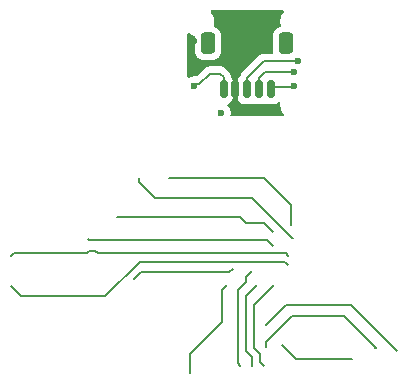
<source format=gbr>
%TF.GenerationSoftware,KiCad,Pcbnew,9.0.4*%
%TF.CreationDate,2025-10-30T10:52:48-04:00*%
%TF.ProjectId,SERVO-ESC,53455256-4f2d-4455-9343-2e6b69636164,rev?*%
%TF.SameCoordinates,Original*%
%TF.FileFunction,Copper,L4,Bot*%
%TF.FilePolarity,Positive*%
%FSLAX46Y46*%
G04 Gerber Fmt 4.6, Leading zero omitted, Abs format (unit mm)*
G04 Created by KiCad (PCBNEW 9.0.4) date 2025-10-30 10:52:48*
%MOMM*%
%LPD*%
G01*
G04 APERTURE LIST*
G04 Aperture macros list*
%AMRoundRect*
0 Rectangle with rounded corners*
0 $1 Rounding radius*
0 $2 $3 $4 $5 $6 $7 $8 $9 X,Y pos of 4 corners*
0 Add a 4 corners polygon primitive as box body*
4,1,4,$2,$3,$4,$5,$6,$7,$8,$9,$2,$3,0*
0 Add four circle primitives for the rounded corners*
1,1,$1+$1,$2,$3*
1,1,$1+$1,$4,$5*
1,1,$1+$1,$6,$7*
1,1,$1+$1,$8,$9*
0 Add four rect primitives between the rounded corners*
20,1,$1+$1,$2,$3,$4,$5,0*
20,1,$1+$1,$4,$5,$6,$7,0*
20,1,$1+$1,$6,$7,$8,$9,0*
20,1,$1+$1,$8,$9,$2,$3,0*%
G04 Aperture macros list end*
%TA.AperFunction,SMDPad,CuDef*%
%ADD10RoundRect,0.150000X-0.150000X-0.625000X0.150000X-0.625000X0.150000X0.625000X-0.150000X0.625000X0*%
%TD*%
%TA.AperFunction,SMDPad,CuDef*%
%ADD11RoundRect,0.250000X-0.350000X-0.650000X0.350000X-0.650000X0.350000X0.650000X-0.350000X0.650000X0*%
%TD*%
%TA.AperFunction,ViaPad*%
%ADD12C,0.600000*%
%TD*%
%TA.AperFunction,Conductor*%
%ADD13C,0.200000*%
%TD*%
G04 APERTURE END LIST*
D10*
%TO.P,J3,1,Pin_1*%
%TO.N,+3.3V*%
X69200000Y-24900000D03*
%TO.P,J3,2,Pin_2*%
%TO.N,GND*%
X70200000Y-24900000D03*
%TO.P,J3,3,Pin_3*%
%TO.N,MAG-SCLK*%
X71200000Y-24900000D03*
%TO.P,J3,4,Pin_4*%
%TO.N,MAG-MISO*%
X72200000Y-24900000D03*
%TO.P,J3,5,Pin_5*%
%TO.N,MAG-MOSI*%
X73200000Y-24900000D03*
D11*
%TO.P,J3,MP*%
%TO.N,N/C*%
X67900000Y-21025000D03*
X74500000Y-21025000D03*
%TD*%
D12*
%TO.N,+3.3V*%
X66730000Y-24600000D03*
%TO.N,GND*%
X70030000Y-20870000D03*
%TO.N,MAG-MISO*%
X75150000Y-23400000D03*
%TO.N,+3.3V*%
X69000000Y-26900000D03*
%TO.N,GND*%
X66700000Y-20800000D03*
%TO.N,MAG-SCLK*%
X75500000Y-22500000D03*
%TO.N,MAG-MOSI*%
X75150000Y-24605000D03*
%TO.N,GND*%
X73130000Y-19400000D03*
%TD*%
D13*
%TO.N,MAG-SCLK*%
X70400000Y-48110000D02*
X70600000Y-48310000D01*
X71600000Y-40300000D02*
X71100000Y-40800000D01*
X71100000Y-40800000D02*
X71100000Y-41200000D01*
X70400000Y-41900000D02*
X70400000Y-48110000D01*
X71100000Y-41200000D02*
X70400000Y-41900000D01*
%TO.N,MAG-MISO*%
X71600000Y-47600000D02*
X71600000Y-48310000D01*
X71100000Y-47100000D02*
X71600000Y-47600000D01*
X71100000Y-42400000D02*
X71100000Y-47100000D01*
X71950000Y-41550000D02*
X71100000Y-42400000D01*
X71950000Y-41501000D02*
X71950000Y-41550000D01*
%TO.N,MAG-MOSI*%
X72326000Y-48036000D02*
X72600000Y-48310000D01*
X72326000Y-47326000D02*
X72326000Y-48036000D01*
X71800000Y-46800000D02*
X72326000Y-47326000D01*
X71800000Y-43201000D02*
X71800000Y-46800000D01*
X73500000Y-41501000D02*
X71800000Y-43201000D01*
%TO.N,+3.3V*%
X69200000Y-23840000D02*
X69200000Y-24700000D01*
X68930000Y-23570000D02*
X69200000Y-23840000D01*
X68030000Y-23570000D02*
X68930000Y-23570000D01*
X67100000Y-24500000D02*
X68030000Y-23570000D01*
X66730000Y-24600000D02*
X66830000Y-24500000D01*
X66830000Y-24500000D02*
X67100000Y-24500000D01*
%TO.N,TMP102-INT*%
X62200000Y-40400000D02*
X61600000Y-41000000D01*
X70000000Y-40100000D02*
X69700000Y-40400000D01*
X69700000Y-40400000D02*
X62200000Y-40400000D01*
%TO.N,I2C-SCL-2*%
X74451057Y-39601000D02*
X74500997Y-39601000D01*
X62100000Y-39500000D02*
X74350057Y-39500000D01*
X52050000Y-42420000D02*
X59180000Y-42420000D01*
X59180000Y-42420000D02*
X62100000Y-39500000D01*
X74350057Y-39500000D02*
X74451057Y-39601000D01*
X74500997Y-39601000D02*
X74700000Y-39800003D01*
X51200000Y-41570000D02*
X52050000Y-42420000D01*
%TO.N,I2C-SDA-1*%
X71100000Y-36200000D02*
X70600000Y-35700000D01*
X72600000Y-36200000D02*
X71100000Y-36200000D01*
X70600000Y-35700000D02*
X60200000Y-35700000D01*
X73400000Y-37000000D02*
X72600000Y-36200000D01*
%TO.N,I2C-SCL-1*%
X57800000Y-37700000D02*
X57700000Y-37600000D01*
X72900000Y-37700000D02*
X57800000Y-37700000D01*
X73400000Y-38200000D02*
X72900000Y-37700000D01*
%TO.N,I2C-SDA-2*%
X57851057Y-38599000D02*
X57650057Y-38800000D01*
X57650057Y-38800000D02*
X51430000Y-38800000D01*
X51430000Y-38800000D02*
X51200000Y-39030000D01*
X58348943Y-38599000D02*
X57851057Y-38599000D01*
X58549943Y-38800000D02*
X58348943Y-38599000D01*
X74700000Y-39000000D02*
X74500000Y-38800000D01*
X74500000Y-38800000D02*
X58549943Y-38800000D01*
%TO.N,MAG-SCLK*%
X71200000Y-23925001D02*
X71200000Y-24700000D01*
X72625001Y-22500000D02*
X71200000Y-23925001D01*
X75500000Y-22500000D02*
X72625001Y-22500000D01*
%TO.N,HBRIDGE-FAULT*%
X75300000Y-47700000D02*
X80100000Y-47700000D01*
X74124265Y-46524265D02*
X75300000Y-47700000D01*
%TO.N,HBRIDGE-VREF*%
X79400000Y-44100000D02*
X82100000Y-46800000D01*
X75000000Y-44100000D02*
X79400000Y-44100000D01*
X72800000Y-46300000D02*
X75000000Y-44100000D01*
X72800000Y-46700000D02*
X72800000Y-46300000D01*
%TO.N,HBRIDGE-IPROPI*%
X80000000Y-43200000D02*
X83900000Y-47100000D01*
X72800000Y-44900000D02*
X74500000Y-43200000D01*
X74500000Y-43200000D02*
X80000000Y-43200000D01*
%TO.N,RGB-LED-RED*%
X66400000Y-47300000D02*
X66400000Y-48900000D01*
X69100000Y-44600000D02*
X66400000Y-47300000D01*
X69100000Y-41900000D02*
X69100000Y-44600000D01*
X69500000Y-41500000D02*
X69100000Y-41900000D01*
%TO.N,GND*%
X70200000Y-21040000D02*
X70200000Y-24700000D01*
X70030000Y-20870000D02*
X70200000Y-21040000D01*
%TO.N,MAG-MISO*%
X72725001Y-23400000D02*
X75150000Y-23400000D01*
X72200000Y-23925001D02*
X72725001Y-23400000D01*
X72200000Y-24700000D02*
X72200000Y-23925001D01*
%TO.N,MAG-MOSI*%
X75055000Y-24700000D02*
X75150000Y-24605000D01*
X73200000Y-24700000D02*
X75055000Y-24700000D01*
%TO.N,HBRIDGE-VREF*%
X82000000Y-46800000D02*
X82100000Y-46800000D01*
%TO.N,SWDIO*%
X75000000Y-37500000D02*
X75100000Y-37500000D01*
X63430000Y-34100000D02*
X71600000Y-34100000D01*
X62060000Y-32730000D02*
X63430000Y-34100000D01*
X62060000Y-32400000D02*
X62060000Y-32730000D01*
X71600000Y-34100000D02*
X75000000Y-37500000D01*
%TO.N,SWCLK*%
X74900000Y-34700000D02*
X74900000Y-36400000D01*
X72600000Y-32400000D02*
X74900000Y-34700000D01*
X64600000Y-32400000D02*
X72600000Y-32400000D01*
%TD*%
%TA.AperFunction,Conductor*%
%TO.N,GND*%
G36*
X74254152Y-18220185D02*
G01*
X74299907Y-18272989D01*
X74309851Y-18342147D01*
X74287432Y-18397383D01*
X74250501Y-18448215D01*
X74180476Y-18544594D01*
X74091117Y-18719970D01*
X74030290Y-18907173D01*
X73999500Y-19101577D01*
X73999500Y-19298422D01*
X74030291Y-19492829D01*
X74030291Y-19492830D01*
X74030688Y-19494051D01*
X74030701Y-19494539D01*
X74031429Y-19497569D01*
X74030792Y-19497721D01*
X74032674Y-19563892D01*
X73996586Y-19623721D01*
X73951757Y-19650060D01*
X73830666Y-19690186D01*
X73830663Y-19690187D01*
X73681342Y-19782289D01*
X73557289Y-19906342D01*
X73465187Y-20055663D01*
X73465186Y-20055666D01*
X73410001Y-20222203D01*
X73410001Y-20222204D01*
X73410000Y-20222204D01*
X73399500Y-20324983D01*
X73399500Y-21725001D01*
X73399502Y-21725021D01*
X73403371Y-21762900D01*
X73390601Y-21831593D01*
X73342719Y-21882476D01*
X73280013Y-21899500D01*
X72711671Y-21899500D01*
X72711655Y-21899499D01*
X72704059Y-21899499D01*
X72545944Y-21899499D01*
X72500142Y-21911772D01*
X72393215Y-21940423D01*
X72393210Y-21940426D01*
X72256291Y-22019475D01*
X72256283Y-22019481D01*
X70719481Y-23556283D01*
X70719480Y-23556285D01*
X70678421Y-23627402D01*
X70640423Y-23693216D01*
X70620680Y-23766891D01*
X70617374Y-23774738D01*
X70604501Y-23790512D01*
X70590790Y-23814261D01*
X70531923Y-23873130D01*
X70531915Y-23873140D01*
X70448255Y-24014603D01*
X70448254Y-24014606D01*
X70402402Y-24172426D01*
X70402401Y-24172432D01*
X70399500Y-24209298D01*
X70399500Y-25590701D01*
X70402401Y-25627567D01*
X70402402Y-25627573D01*
X70448254Y-25785393D01*
X70448255Y-25785396D01*
X70531917Y-25926862D01*
X70531923Y-25926870D01*
X70648129Y-26043076D01*
X70648133Y-26043079D01*
X70648135Y-26043081D01*
X70789602Y-26126744D01*
X70831224Y-26138836D01*
X70947426Y-26172597D01*
X70947429Y-26172597D01*
X70947431Y-26172598D01*
X70984306Y-26175500D01*
X70984314Y-26175500D01*
X71415686Y-26175500D01*
X71415694Y-26175500D01*
X71452569Y-26172598D01*
X71452571Y-26172597D01*
X71452573Y-26172597D01*
X71525790Y-26151325D01*
X71610398Y-26126744D01*
X71620213Y-26120939D01*
X71636878Y-26111084D01*
X71704601Y-26093900D01*
X71763122Y-26111084D01*
X71789598Y-26126742D01*
X71789599Y-26126742D01*
X71789602Y-26126744D01*
X71831224Y-26138836D01*
X71947426Y-26172597D01*
X71947429Y-26172597D01*
X71947431Y-26172598D01*
X71984306Y-26175500D01*
X71984314Y-26175500D01*
X72415686Y-26175500D01*
X72415694Y-26175500D01*
X72452569Y-26172598D01*
X72452571Y-26172597D01*
X72452573Y-26172597D01*
X72525790Y-26151325D01*
X72610398Y-26126744D01*
X72620213Y-26120939D01*
X72636878Y-26111084D01*
X72704601Y-26093900D01*
X72763122Y-26111084D01*
X72789598Y-26126742D01*
X72789599Y-26126742D01*
X72789602Y-26126744D01*
X72831224Y-26138836D01*
X72947426Y-26172597D01*
X72947429Y-26172597D01*
X72947431Y-26172598D01*
X72984306Y-26175500D01*
X72984314Y-26175500D01*
X73415686Y-26175500D01*
X73415694Y-26175500D01*
X73452569Y-26172598D01*
X73452571Y-26172597D01*
X73452573Y-26172597D01*
X73525790Y-26151325D01*
X73610398Y-26126744D01*
X73751865Y-26043081D01*
X73787980Y-26006966D01*
X73849302Y-25973480D01*
X73918994Y-25978464D01*
X73974928Y-26020334D01*
X73999346Y-26085798D01*
X73999308Y-26096711D01*
X73999500Y-26096711D01*
X73999500Y-26298422D01*
X74030290Y-26492826D01*
X74091117Y-26680029D01*
X74163024Y-26821153D01*
X74180476Y-26855405D01*
X74287431Y-27002616D01*
X74310911Y-27068420D01*
X74295086Y-27136474D01*
X74244980Y-27185169D01*
X74187113Y-27199500D01*
X69907703Y-27199500D01*
X69840664Y-27179815D01*
X69794909Y-27127011D01*
X69784965Y-27057853D01*
X69786086Y-27051309D01*
X69800499Y-26978846D01*
X69800500Y-26978844D01*
X69800500Y-26821155D01*
X69800499Y-26821153D01*
X69769737Y-26666503D01*
X69769735Y-26666498D01*
X69709397Y-26520827D01*
X69709390Y-26520814D01*
X69621789Y-26389711D01*
X69621786Y-26389707D01*
X69563719Y-26331640D01*
X69530234Y-26270317D01*
X69535218Y-26200625D01*
X69577090Y-26144692D01*
X69603879Y-26131333D01*
X69603235Y-26129844D01*
X69610391Y-26126745D01*
X69610398Y-26126744D01*
X69751865Y-26043081D01*
X69868081Y-25926865D01*
X69951744Y-25785398D01*
X69997598Y-25627569D01*
X70000500Y-25590694D01*
X70000500Y-24209306D01*
X69997598Y-24172431D01*
X69976409Y-24099500D01*
X69951745Y-24014606D01*
X69951744Y-24014603D01*
X69951744Y-24014602D01*
X69868081Y-23873135D01*
X69868079Y-23873133D01*
X69868076Y-23873129D01*
X69836820Y-23841873D01*
X69803335Y-23780550D01*
X69802085Y-23768933D01*
X69801562Y-23769002D01*
X69800501Y-23760945D01*
X69800501Y-23760943D01*
X69759577Y-23608216D01*
X69759573Y-23608209D01*
X69680524Y-23471290D01*
X69680518Y-23471282D01*
X69427961Y-23218726D01*
X69427959Y-23218723D01*
X69298717Y-23089481D01*
X69298709Y-23089475D01*
X69197918Y-23031284D01*
X69197916Y-23031283D01*
X69161790Y-23010425D01*
X69161789Y-23010424D01*
X69149263Y-23007067D01*
X69009057Y-22969499D01*
X68850943Y-22969499D01*
X68843347Y-22969499D01*
X68843331Y-22969500D01*
X68116670Y-22969500D01*
X68116654Y-22969499D01*
X68109058Y-22969499D01*
X67950943Y-22969499D01*
X67874579Y-22989961D01*
X67798214Y-23010423D01*
X67798209Y-23010426D01*
X67661290Y-23089475D01*
X67661282Y-23089481D01*
X66974501Y-23776262D01*
X66913178Y-23809747D01*
X66862630Y-23810199D01*
X66808842Y-23799500D01*
X66651158Y-23799500D01*
X66651155Y-23799500D01*
X66496510Y-23830261D01*
X66496498Y-23830264D01*
X66350827Y-23890602D01*
X66350816Y-23890608D01*
X66343386Y-23895573D01*
X66276707Y-23916447D01*
X66209328Y-23897959D01*
X66162640Y-23845978D01*
X66150500Y-23792467D01*
X66150500Y-20262887D01*
X66170185Y-20195848D01*
X66222989Y-20150093D01*
X66292147Y-20140149D01*
X66347383Y-20162567D01*
X66494595Y-20269524D01*
X66669973Y-20358883D01*
X66669974Y-20358883D01*
X66669975Y-20358884D01*
X66713818Y-20373129D01*
X66771492Y-20412565D01*
X66798692Y-20476923D01*
X66799500Y-20491060D01*
X66799500Y-21725001D01*
X66799501Y-21725018D01*
X66810000Y-21827796D01*
X66810001Y-21827799D01*
X66863654Y-21989711D01*
X66865186Y-21994334D01*
X66957288Y-22143656D01*
X67081344Y-22267712D01*
X67230666Y-22359814D01*
X67397203Y-22414999D01*
X67499991Y-22425500D01*
X68300008Y-22425499D01*
X68300016Y-22425498D01*
X68300019Y-22425498D01*
X68356302Y-22419748D01*
X68402797Y-22414999D01*
X68569334Y-22359814D01*
X68718656Y-22267712D01*
X68842712Y-22143656D01*
X68934814Y-21994334D01*
X68989999Y-21827797D01*
X69000500Y-21725009D01*
X69000499Y-20324992D01*
X68989999Y-20222203D01*
X68934814Y-20055666D01*
X68842712Y-19906344D01*
X68718656Y-19782288D01*
X68569334Y-19690186D01*
X68448242Y-19650060D01*
X68390797Y-19610287D01*
X68363974Y-19545771D01*
X68368943Y-19497650D01*
X68368572Y-19497561D01*
X68369240Y-19494776D01*
X68369317Y-19494030D01*
X68369709Y-19492826D01*
X68385104Y-19395621D01*
X68400500Y-19298422D01*
X68400500Y-19101577D01*
X68369709Y-18907173D01*
X68308882Y-18719970D01*
X68219523Y-18544594D01*
X68149499Y-18448215D01*
X68112568Y-18397383D01*
X68089089Y-18331580D01*
X68104914Y-18263526D01*
X68155020Y-18214831D01*
X68212887Y-18200500D01*
X74187113Y-18200500D01*
X74254152Y-18220185D01*
G37*
%TD.AperFunction*%
%TD*%
M02*

</source>
